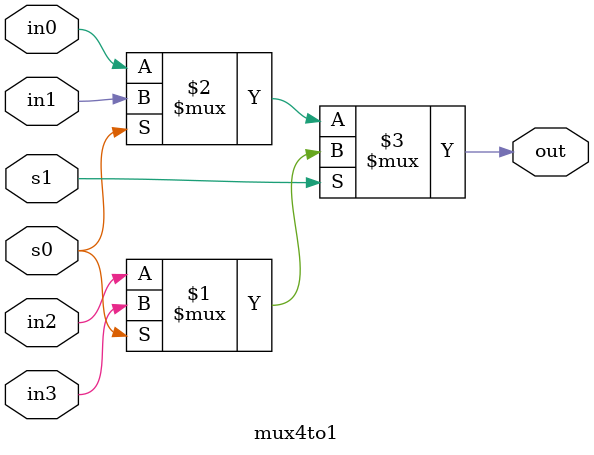
<source format=sv>
module mux4to1 #(parameter WIDTH = 1) (
    input logic [WIDTH-1:0] in3, in2, in1, in0,
    input logic s1, s0,
    output logic [WIDTH-1:0] out
    );
    assign out = s1 ? (s0 ? in3 : in2) : (s0 ? in1 : in0);
endmodule
</source>
